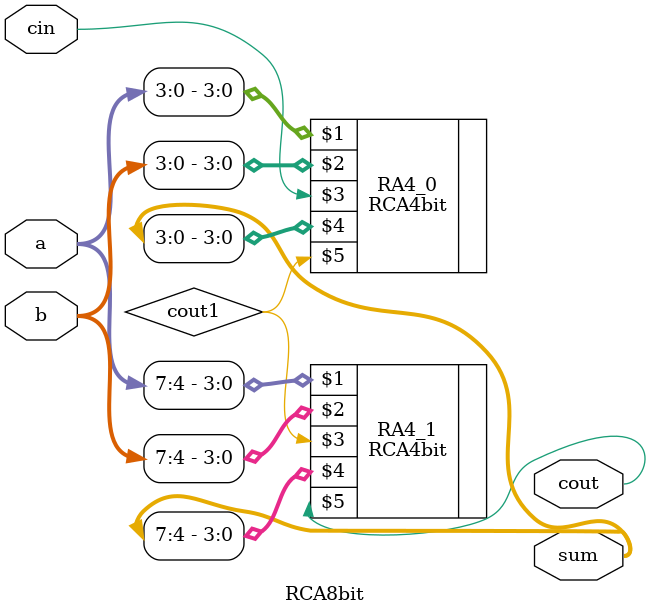
<source format=v>
`include "RCA4bit.v"
module RCA8bit(a,b,cin,sum,cout);

input [7:0] a;
input [7:0] b;
input cin;

	// Outputs
output [7:0] sum;
output cout;//temporary variable as wire

wire cout1;
// wire [3:0]
RCA4bit RA4_0(a[3:0],b[3:0],cin,sum[3:0],cout1);
RCA4bit RA4_1(a[7:4],b[7:4],cout1,sum[7:4],cout);

endmodule
</source>
